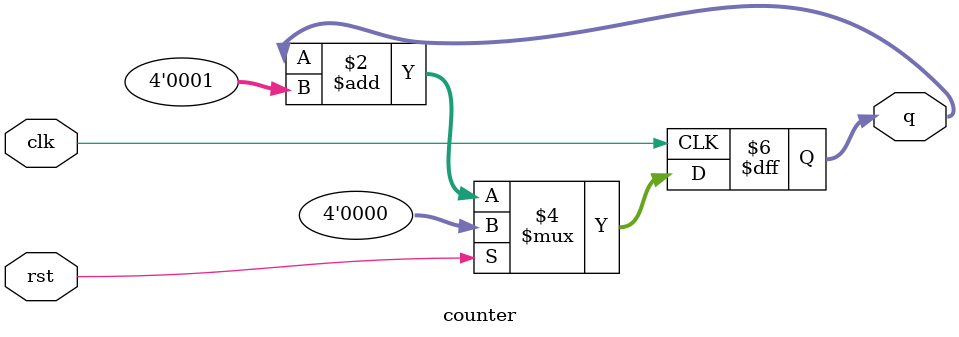
<source format=v>
module counter(clk, rst, q); 
  input wire clk;
  input wire rst;
  output reg [3:0] q;

  always @( posedge clk )
    if (rst)
      q <= 4'b0;
    else
      q <= q + 4'b1;
endmodule
</source>
